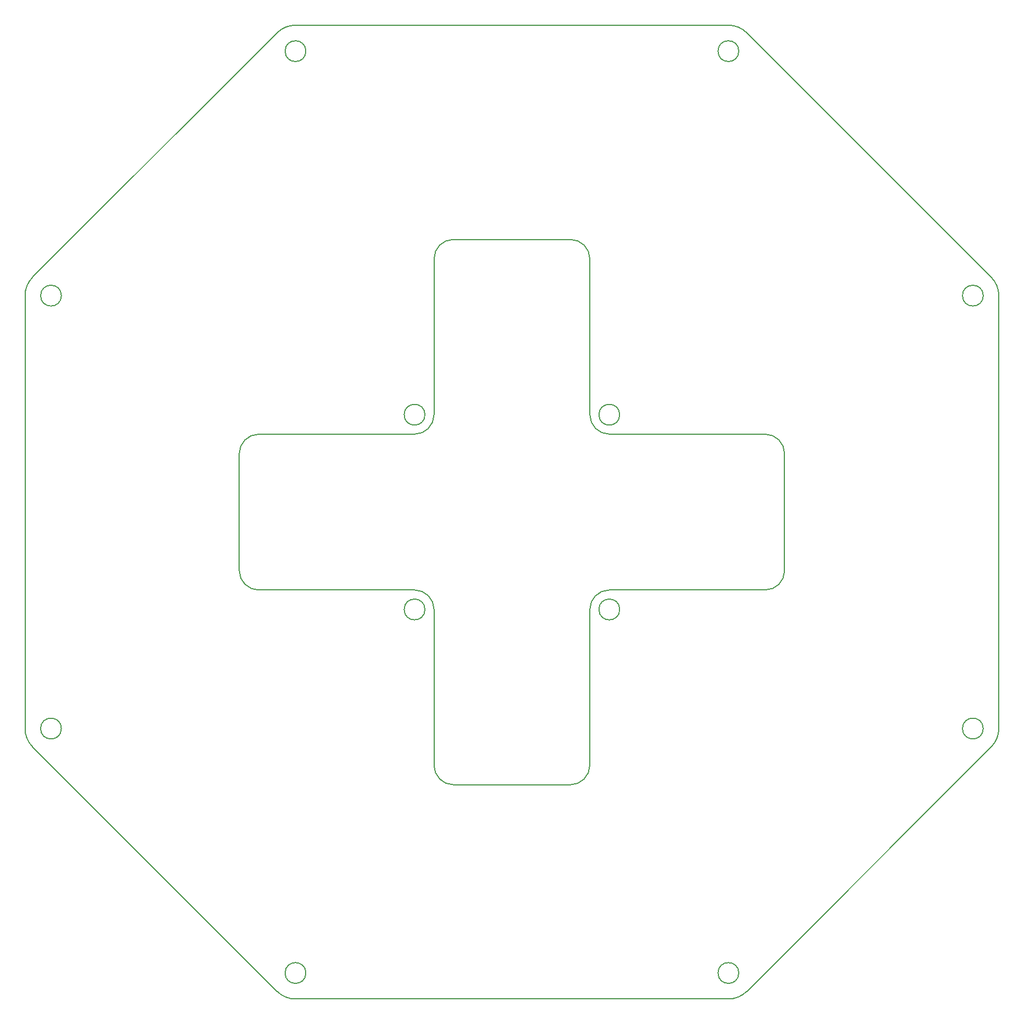
<source format=gbr>
%TF.GenerationSoftware,KiCad,Pcbnew,(6.0.11)*%
%TF.CreationDate,2023-10-13T19:34:53+09:00*%
%TF.ProjectId,ESP32,45535033-322e-46b6-9963-61645f706362,rev?*%
%TF.SameCoordinates,Original*%
%TF.FileFunction,Profile,NP*%
%FSLAX46Y46*%
G04 Gerber Fmt 4.6, Leading zero omitted, Abs format (unit mm)*
G04 Created by KiCad (PCBNEW (6.0.11)) date 2023-10-13 19:34:53*
%MOMM*%
%LPD*%
G01*
G04 APERTURE LIST*
%TA.AperFunction,Profile*%
%ADD10C,0.200000*%
%TD*%
G04 APERTURE END LIST*
D10*
X96830000Y-135463146D02*
G75*
G03*
X96830000Y-135463146I-1600000J0D01*
G01*
X130058427Y-28291573D02*
X92401573Y-65948427D01*
X151230000Y-114120000D02*
X127230000Y-114120000D01*
X178230000Y-117120000D02*
X178230000Y-141120000D01*
X199573146Y-27120000D02*
X132886854Y-27120000D01*
X157230000Y-60120000D02*
G75*
G03*
X154230000Y-63120000I0J-3000000D01*
G01*
X152830000Y-117120000D02*
G75*
G03*
X152830000Y-117120000I-1600000J0D01*
G01*
X205230000Y-114120000D02*
X181230000Y-114120000D01*
X178230000Y-87120000D02*
G75*
G03*
X181230000Y-90120000I3000000J0D01*
G01*
X241230000Y-135463146D02*
X241230000Y-68776854D01*
X151230000Y-90120000D02*
G75*
G03*
X154230000Y-87120000I0J3000000D01*
G01*
X178230000Y-63120000D02*
G75*
G03*
X175230000Y-60120000I-3000000J0D01*
G01*
X130058450Y-175948404D02*
G75*
G03*
X132886854Y-177120000I2828450J2828404D01*
G01*
X175230000Y-144120000D02*
G75*
G03*
X178230000Y-141120000I0J3000000D01*
G01*
X240058427Y-65948427D02*
X202401573Y-28291573D01*
X182830000Y-87120000D02*
G75*
G03*
X182830000Y-87120000I-1600000J0D01*
G01*
X201173146Y-173120000D02*
G75*
G03*
X201173146Y-173120000I-1600000J0D01*
G01*
X92401573Y-138291573D02*
X130058427Y-175948427D01*
X201173146Y-31120000D02*
G75*
G03*
X201173146Y-31120000I-1600000J0D01*
G01*
X134486854Y-31120000D02*
G75*
G03*
X134486854Y-31120000I-1600000J0D01*
G01*
X181230000Y-90120000D02*
X205230000Y-90120000D01*
X154230000Y-87120000D02*
X154230000Y-63120000D01*
X175230000Y-144120000D02*
X157230000Y-144120000D01*
X157230000Y-60120000D02*
X175230000Y-60120000D01*
X124230000Y-111120000D02*
G75*
G03*
X127230000Y-114120000I3000000J0D01*
G01*
X202401573Y-175948427D02*
X240058427Y-138291573D01*
X96830000Y-68776854D02*
G75*
G03*
X96830000Y-68776854I-1600000J0D01*
G01*
X152830000Y-87120000D02*
G75*
G03*
X152830000Y-87120000I-1600000J0D01*
G01*
X181230000Y-114120000D02*
G75*
G03*
X178230000Y-117120000I0J-3000000D01*
G01*
X132886854Y-27119968D02*
G75*
G03*
X130058427Y-28291573I46J-4000032D01*
G01*
X240058404Y-138291550D02*
G75*
G03*
X241230000Y-135463146I-2828404J2828450D01*
G01*
X91229968Y-135463146D02*
G75*
G03*
X92401573Y-138291573I4000032J46D01*
G01*
X182830000Y-117120000D02*
G75*
G03*
X182830000Y-117120000I-1600000J0D01*
G01*
X91230000Y-68776854D02*
X91230000Y-135463146D01*
X238830000Y-68776854D02*
G75*
G03*
X238830000Y-68776854I-1600000J0D01*
G01*
X134486854Y-173120000D02*
G75*
G03*
X134486854Y-173120000I-1600000J0D01*
G01*
X205230000Y-114120000D02*
G75*
G03*
X208230000Y-111120000I0J3000000D01*
G01*
X208230000Y-93120000D02*
G75*
G03*
X205230000Y-90120000I-3000000J0D01*
G01*
X127230000Y-90120000D02*
G75*
G03*
X124230000Y-93120000I0J-3000000D01*
G01*
X238830000Y-135463146D02*
G75*
G03*
X238830000Y-135463146I-1600000J0D01*
G01*
X199573146Y-177119979D02*
G75*
G03*
X202401573Y-175948427I154J3999679D01*
G01*
X124230000Y-111120000D02*
X124230000Y-93120000D01*
X154230000Y-117120000D02*
G75*
G03*
X151230000Y-114120000I-3000000J0D01*
G01*
X92401596Y-65948450D02*
G75*
G03*
X91230000Y-68776854I2828404J-2828450D01*
G01*
X208230000Y-93120000D02*
X208230000Y-111120000D01*
X241229979Y-68776854D02*
G75*
G03*
X240058427Y-65948427I-3999679J154D01*
G01*
X154230000Y-141120000D02*
X154230000Y-117120000D01*
X202401550Y-28291596D02*
G75*
G03*
X199573146Y-27120000I-2828450J-2828404D01*
G01*
X132886854Y-177120000D02*
X199573146Y-177120000D01*
X127230000Y-90120000D02*
X151230000Y-90120000D01*
X154230000Y-141120000D02*
G75*
G03*
X157230000Y-144120000I3000000J0D01*
G01*
X178230000Y-63120000D02*
X178230000Y-87120000D01*
M02*

</source>
